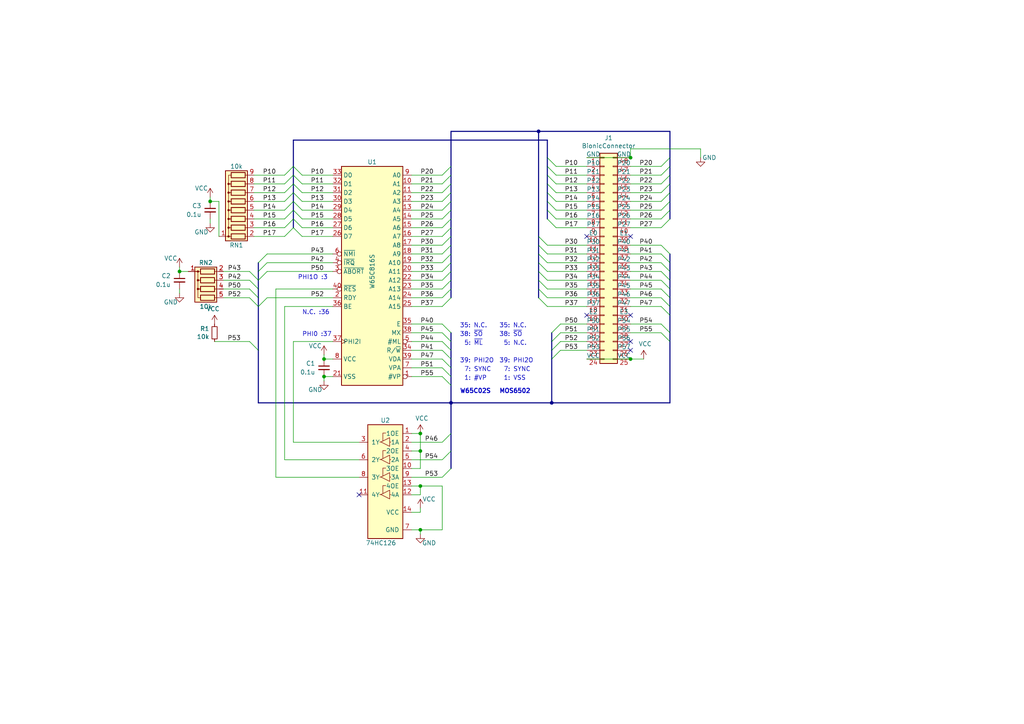
<source format=kicad_sch>
(kicad_sch (version 20211123) (generator eeschema)
  (paper "A4")
  (title_block (title "BionicMOS6502 Mezzanine") (date "2022-01-18") (rev "3") (company "Tadashi G. Takaoka"))
  (lib_symbols
    (symbol "0-LocalLibrary:74HC126" (pin_names (offset 1.016))
      (property "Reference" "U" (at 0 16.51 0))
      (property "Value" "74HC126" (at 0 -19.05 0))
      (symbol "74HC126_0_1"
        (polyline (pts (xy -1.2954 10.2108) (xy -1.6002 10.2108)))
        (polyline (pts (xy 1.2954 10.2362) (xy 1.651 10.2362)))
        (polyline (pts (xy 0.7112 10.5664) (xy 0.7112 12.827) (xy -0.127 12.827) (xy -0.1016 12.827)))
      )
      (symbol "74HC126_1_0"
        (polyline (pts (xy 1.27 10.2362) (xy -1.27 11.5062) (xy -1.27 8.9662) (xy 1.27 10.2362)) (stroke (width 0.1524)))
        (pin input line (at -7.62 12.7 0) (length 2.54) (name "1OE") (number "1"))
        (pin input line (at -7.62 2.54 0) (length 2.54) (name "3OE") (number "10"))
        (pin tri_state line (at 7.62 -5.08 180) (length 2.54) (name "4Y") (number "11"))
        (pin input line (at -7.62 -5.08 0) (length 2.54) (name "4A") (number "12"))
        (pin input line (at -7.62 -2.54 0) (length 2.54) (name "4OE") (number "13"))
        (pin power_in line (at -7.62 -10.16 0) (length 2.54) (name "VCC") (number "14"))
        (pin input line (at -7.62 10.16 0) (length 2.54) (name "1A") (number "2"))
        (pin tri_state line (at 7.62 10.16 180) (length 2.54) (name "1Y") (number "3"))
        (pin input line (at -7.62 7.62 0) (length 2.54) (name "2OE") (number "4"))
        (pin input line (at -7.62 5.08 0) (length 2.54) (name "2A") (number "5"))
        (pin tri_state line (at 7.62 5.08 180) (length 2.54) (name "2Y") (number "6"))
        (pin power_in line (at -7.62 -15.24 0) (length 2.54) (name "GND") (number "7"))
        (pin tri_state line (at 7.62 0 180) (length 2.54) (name "3Y") (number "8"))
        (pin input line (at -7.62 0 0) (length 2.54) (name "3A") (number "9"))
      )
      (symbol "74HC126_1_1"
        (rectangle (start -5.08 15.24) (end 5.08 -17.78) (stroke (width 0.254)) (fill (type background)))
        (polyline (pts (xy -1.2954 -5.0292) (xy -1.6002 -5.0292)))
        (polyline (pts (xy -1.2954 0.0508) (xy -1.6002 0.0508)))
        (polyline (pts (xy -1.2954 5.1308) (xy -1.6002 5.1308)))
        (polyline (pts (xy 1.2954 -5.0038) (xy 1.651 -5.0038)))
        (polyline (pts (xy 1.2954 0.0762) (xy 1.651 0.0762)))
        (polyline (pts (xy 1.2954 5.1562) (xy 1.651 5.1562)))
        (polyline (pts (xy 0.7112 -4.6736) (xy 0.7112 -2.413) (xy -0.127 -2.413) (xy -0.1016 -2.413)))
        (polyline (pts (xy 0.7112 0.4064) (xy 0.7112 2.667) (xy -0.127 2.667) (xy -0.1016 2.667)))
        (polyline (pts (xy 0.7112 5.4864) (xy 0.7112 7.747) (xy -0.127 7.747) (xy -0.1016 7.747)))
        (polyline (pts (xy 1.27 -5.0038) (xy -1.27 -3.7338) (xy -1.27 -6.2738) (xy 1.27 -5.0038)) (stroke (width 0.1524)))
        (polyline (pts (xy 1.27 0.0762) (xy -1.27 1.3462) (xy -1.27 -1.1938) (xy 1.27 0.0762)) (stroke (width 0.1524)))
        (polyline (pts (xy 1.27 5.1562) (xy -1.27 6.4262) (xy -1.27 3.8862) (xy 1.27 5.1562)) (stroke (width 0.1524)))
      )
    )
    (symbol "0-LocalLibrary:BionicConnector" (pin_names (offset 0))
      (property "Reference" "J" (at 1.27 30.48 0))
      (property "Value" "BionicConnector" (at 3.81 33.02 0))
      (symbol "BionicConnector_1_1"
        (rectangle (start -1.27 -30.353) (end 0 -30.607) (stroke (width 0.1524)))
        (rectangle (start -1.27 -27.813) (end 0 -28.067) (stroke (width 0.1524)))
        (rectangle (start -1.27 -25.273) (end 0 -25.527) (stroke (width 0.1524)))
        (rectangle (start -1.27 -22.733) (end 0 -22.987) (stroke (width 0.1524)))
        (rectangle (start -1.27 -20.193) (end 0 -20.447) (stroke (width 0.1524)))
        (rectangle (start -1.27 -17.653) (end 0 -17.907) (stroke (width 0.1524)))
        (rectangle (start -1.27 -15.113) (end 0 -15.367) (stroke (width 0.1524)))
        (rectangle (start -1.27 -12.573) (end 0 -12.827) (stroke (width 0.1524)))
        (rectangle (start -1.27 -10.033) (end 0 -10.287) (stroke (width 0.1524)))
        (rectangle (start -1.27 -7.493) (end 0 -7.747) (stroke (width 0.1524)))
        (rectangle (start -1.27 -4.953) (end 0 -5.207) (stroke (width 0.1524)))
        (rectangle (start -1.27 -2.413) (end 0 -2.667) (stroke (width 0.1524)))
        (rectangle (start -1.27 0.127) (end 0 -0.127) (stroke (width 0.1524)))
        (rectangle (start -1.27 2.667) (end 0 2.413) (stroke (width 0.1524)))
        (rectangle (start -1.27 5.207) (end 0 4.953) (stroke (width 0.1524)))
        (rectangle (start -1.27 7.747) (end 0 7.493) (stroke (width 0.1524)))
        (rectangle (start -1.27 10.287) (end 0 10.033) (stroke (width 0.1524)))
        (rectangle (start -1.27 12.827) (end 0 12.573) (stroke (width 0.1524)))
        (rectangle (start -1.27 15.367) (end 0 15.113) (stroke (width 0.1524)))
        (rectangle (start -1.27 17.907) (end 0 17.653) (stroke (width 0.1524)))
        (rectangle (start -1.27 20.447) (end 0 20.193) (stroke (width 0.1524)))
        (rectangle (start -1.27 22.987) (end 0 22.733) (stroke (width 0.1524)))
        (rectangle (start -1.27 25.527) (end 0 25.273) (stroke (width 0.1524)))
        (rectangle (start -1.27 28.067) (end 0 27.813) (stroke (width 0.1524)))
        (rectangle (start -1.27 29.21) (end 3.81 -31.75) (stroke (width 0.254)) (fill (type background)))
        (rectangle (start 3.81 -30.353) (end 2.54 -30.607) (stroke (width 0.1524)))
        (rectangle (start 3.81 -27.813) (end 2.54 -28.067) (stroke (width 0.1524)))
        (rectangle (start 3.81 -25.273) (end 2.54 -25.527) (stroke (width 0.1524)))
        (rectangle (start 3.81 -22.733) (end 2.54 -22.987) (stroke (width 0.1524)))
        (rectangle (start 3.81 -20.193) (end 2.54 -20.447) (stroke (width 0.1524)))
        (rectangle (start 3.81 -17.653) (end 2.54 -17.907) (stroke (width 0.1524)))
        (rectangle (start 3.81 -15.113) (end 2.54 -15.367) (stroke (width 0.1524)))
        (rectangle (start 3.81 -12.573) (end 2.54 -12.827) (stroke (width 0.1524)))
        (rectangle (start 3.81 -10.033) (end 2.54 -10.287) (stroke (width 0.1524)))
        (rectangle (start 3.81 -7.493) (end 2.54 -7.747) (stroke (width 0.1524)))
        (rectangle (start 3.81 -4.953) (end 2.54 -5.207) (stroke (width 0.1524)))
        (rectangle (start 3.81 -2.413) (end 2.54 -2.667) (stroke (width 0.1524)))
        (rectangle (start 3.81 0.127) (end 2.54 -0.127) (stroke (width 0.1524)))
        (rectangle (start 3.81 2.667) (end 2.54 2.413) (stroke (width 0.1524)))
        (rectangle (start 3.81 5.207) (end 2.54 4.953) (stroke (width 0.1524)))
        (rectangle (start 3.81 7.747) (end 2.54 7.493) (stroke (width 0.1524)))
        (rectangle (start 3.81 10.287) (end 2.54 10.033) (stroke (width 0.1524)))
        (rectangle (start 3.81 12.827) (end 2.54 12.573) (stroke (width 0.1524)))
        (rectangle (start 3.81 15.367) (end 2.54 15.113) (stroke (width 0.1524)))
        (rectangle (start 3.81 17.907) (end 2.54 17.653) (stroke (width 0.1524)))
        (rectangle (start 3.81 20.447) (end 2.54 20.193) (stroke (width 0.1524)))
        (rectangle (start 3.81 22.987) (end 2.54 22.733) (stroke (width 0.1524)))
        (rectangle (start 3.81 25.527) (end 2.54 25.273) (stroke (width 0.1524)))
        (rectangle (start 3.81 28.067) (end 2.54 27.813) (stroke (width 0.1524)))
        (pin power_out line (at -5.08 27.94 0) (length 3.81) (name "GND") (number "1"))
        (pin bidirectional line (at -5.08 5.08 0) (length 3.81) (name "E0") (number "10"))
        (pin bidirectional line (at -5.08 2.54 0) (length 3.81) (name "P30") (number "11"))
        (pin bidirectional line (at -5.08 0 0) (length 3.81) (name "P31") (number "12"))
        (pin bidirectional line (at -5.08 -2.54 0) (length 3.81) (name "P32") (number "13"))
        (pin bidirectional line (at -5.08 -5.08 0) (length 3.81) (name "P33") (number "14"))
        (pin bidirectional line (at -5.08 -7.62 0) (length 3.81) (name "P34") (number "15"))
        (pin bidirectional line (at -5.08 -10.16 0) (length 3.81) (name "P35") (number "16"))
        (pin bidirectional line (at -5.08 -12.7 0) (length 3.81) (name "P36") (number "17"))
        (pin bidirectional line (at -5.08 -15.24 0) (length 3.81) (name "P37") (number "18"))
        (pin bidirectional line (at -5.08 -17.78 0) (length 3.81) (name "E2") (number "19"))
        (pin bidirectional line (at -5.08 25.4 0) (length 3.81) (name "P10") (number "2"))
        (pin bidirectional line (at -5.08 -20.32 0) (length 3.81) (name "P50") (number "20"))
        (pin bidirectional line (at -5.08 -22.86 0) (length 3.81) (name "P51") (number "21"))
        (pin bidirectional line (at -5.08 -25.4 0) (length 3.81) (name "P52") (number "22"))
        (pin bidirectional line (at -5.08 -27.94 0) (length 3.81) (name "P53") (number "23"))
        (pin power_out line (at -5.08 -30.48 0) (length 3.81) (name "VCC") (number "24"))
        (pin power_in line (at 7.62 -30.48 180) (length 3.81) (name "VCC") (number "25"))
        (pin bidirectional line (at 7.62 -27.94 180) (length 3.81) (name "P57") (number "26"))
        (pin bidirectional line (at 7.62 -25.4 180) (length 3.81) (name "P56") (number "27"))
        (pin bidirectional line (at 7.62 -22.86 180) (length 3.81) (name "P55") (number "28"))
        (pin bidirectional line (at 7.62 -20.32 180) (length 3.81) (name "P54") (number "29"))
        (pin bidirectional line (at -5.08 22.86 0) (length 3.81) (name "P11") (number "3"))
        (pin bidirectional line (at 7.62 -17.78 180) (length 3.81) (name "E3") (number "30"))
        (pin bidirectional line (at 7.62 -15.24 180) (length 3.81) (name "P47") (number "31"))
        (pin bidirectional line (at 7.62 -12.7 180) (length 3.81) (name "P46") (number "32"))
        (pin bidirectional line (at 7.62 -10.16 180) (length 3.81) (name "P45") (number "33"))
        (pin bidirectional line (at 7.62 -7.62 180) (length 3.81) (name "P44") (number "34"))
        (pin bidirectional line (at 7.62 -5.08 180) (length 3.81) (name "P43") (number "35"))
        (pin bidirectional line (at 7.62 -2.54 180) (length 3.81) (name "P42") (number "36"))
        (pin bidirectional line (at 7.62 0 180) (length 3.81) (name "P41") (number "37"))
        (pin bidirectional line (at 7.62 2.54 180) (length 3.81) (name "P40") (number "38"))
        (pin bidirectional line (at 7.62 5.08 180) (length 3.81) (name "E1") (number "39"))
        (pin bidirectional line (at -5.08 20.32 0) (length 3.81) (name "P12") (number "4"))
        (pin bidirectional line (at 7.62 7.62 180) (length 3.81) (name "P27") (number "40"))
        (pin bidirectional line (at 7.62 10.16 180) (length 3.81) (name "P26") (number "41"))
        (pin bidirectional line (at 7.62 12.7 180) (length 3.81) (name "P25") (number "42"))
        (pin bidirectional line (at 7.62 15.24 180) (length 3.81) (name "P24") (number "43"))
        (pin bidirectional line (at 7.62 17.78 180) (length 3.81) (name "P23") (number "44"))
        (pin bidirectional line (at 7.62 20.32 180) (length 3.81) (name "P22") (number "45"))
        (pin bidirectional line (at 7.62 22.86 180) (length 3.81) (name "P21") (number "46"))
        (pin bidirectional line (at 7.62 25.4 180) (length 3.81) (name "P20") (number "47"))
        (pin power_in line (at 7.62 27.94 180) (length 3.81) (name "GND") (number "48"))
        (pin bidirectional line (at -5.08 17.78 0) (length 3.81) (name "P13") (number "5"))
        (pin bidirectional line (at -5.08 15.24 0) (length 3.81) (name "P14") (number "6"))
        (pin bidirectional line (at -5.08 12.7 0) (length 3.81) (name "P15") (number "7"))
        (pin bidirectional line (at -5.08 10.16 0) (length 3.81) (name "P16") (number "8"))
        (pin bidirectional line (at -5.08 7.62 0) (length 3.81) (name "P17") (number "9"))
      )
    )
    (symbol "0-LocalLibrary:W65C816S"
      (property "Reference" "U" (at -1.27 31.75 0))
      (property "Value" "W65C816S" (at 0 -3.81 90))
      (symbol "W65C816S_0_0"
        (pin output line (at 11.43 -15.24 180) (length 2.54) (name "E") (number "35"))
        (pin input line (at -11.43 -10.16 0) (length 2.54) (name "BE") (number "36"))
        (pin output inverted (at 11.43 -20.32 180) (length 2.54) (name "#ML") (number "5"))
      )
      (symbol "W65C816S_0_1"
        (rectangle (start -8.89 -33.02) (end 8.89 30.48) (stroke (width 0.254)) (fill (type background)))
      )
      (symbol "W65C816S_1_1"
        (pin output inverted (at 11.43 -30.48 180) (length 2.54) (name "#VP") (number "1"))
        (pin output line (at 11.43 25.4 180) (length 2.54) (name "A1") (number "10"))
        (pin output line (at 11.43 22.86 180) (length 2.54) (name "A2") (number "11"))
        (pin output line (at 11.43 20.32 180) (length 2.54) (name "A3") (number "12"))
        (pin output line (at 11.43 17.78 180) (length 2.54) (name "A4") (number "13"))
        (pin output line (at 11.43 15.24 180) (length 2.54) (name "A5") (number "14"))
        (pin output line (at 11.43 12.7 180) (length 2.54) (name "A6") (number "15"))
        (pin output line (at 11.43 10.16 180) (length 2.54) (name "A7") (number "16"))
        (pin output line (at 11.43 7.62 180) (length 2.54) (name "A8") (number "17"))
        (pin output line (at 11.43 5.08 180) (length 2.54) (name "A9") (number "18"))
        (pin output line (at 11.43 2.54 180) (length 2.54) (name "A10") (number "19"))
        (pin input line (at -11.43 -7.62 0) (length 2.54) (name "RDY") (number "2"))
        (pin output line (at 11.43 0 180) (length 2.54) (name "A11") (number "20"))
        (pin power_in line (at -11.43 -30.48 0) (length 2.54) (name "VSS") (number "21"))
        (pin output line (at 11.43 -2.54 180) (length 2.54) (name "A12") (number "22"))
        (pin output line (at 11.43 -5.08 180) (length 2.54) (name "A13") (number "23"))
        (pin output line (at 11.43 -7.62 180) (length 2.54) (name "A14") (number "24"))
        (pin output line (at 11.43 -10.16 180) (length 2.54) (name "A15") (number "25"))
        (pin bidirectional line (at -11.43 10.16 0) (length 2.54) (name "D7") (number "26"))
        (pin bidirectional line (at -11.43 12.7 0) (length 2.54) (name "D6") (number "27"))
        (pin bidirectional line (at -11.43 15.24 0) (length 2.54) (name "D5") (number "28"))
        (pin bidirectional line (at -11.43 17.78 0) (length 2.54) (name "D4") (number "29"))
        (pin input inverted (at -11.43 0 0) (length 2.54) (name "~{ABORT}") (number "3"))
        (pin bidirectional line (at -11.43 20.32 0) (length 2.54) (name "D3") (number "30"))
        (pin bidirectional line (at -11.43 22.86 0) (length 2.54) (name "D2") (number "31"))
        (pin bidirectional line (at -11.43 25.4 0) (length 2.54) (name "D1") (number "32"))
        (pin bidirectional line (at -11.43 27.94 0) (length 2.54) (name "D0") (number "33"))
        (pin output line (at 11.43 -22.86 180) (length 2.54) (name "R/~{W}") (number "34"))
        (pin input clock (at -11.43 -20.32 0) (length 2.54) (name "PHI2I") (number "37"))
        (pin output line (at 11.43 -17.78 180) (length 2.54) (name "MX") (number "38"))
        (pin output line (at 11.43 -25.4 180) (length 2.54) (name "VDA") (number "39"))
        (pin input inverted (at -11.43 2.54 0) (length 2.54) (name "~{IRQ}") (number "4"))
        (pin input inverted (at -11.43 -5.08 0) (length 2.54) (name "~{RES}") (number "40"))
        (pin input inverted (at -11.43 5.08 0) (length 2.54) (name "~{NMI}") (number "6"))
        (pin output line (at 11.43 -27.94 180) (length 2.54) (name "VPA") (number "7"))
        (pin power_in line (at -11.43 -25.4 0) (length 2.54) (name "VCC") (number "8"))
        (pin output line (at 11.43 27.94 180) (length 2.54) (name "A0") (number "9"))
      )
    )
    (symbol "Device:C_Small" (pin_numbers hide) (pin_names (offset 0.254) hide)
      (property "Reference" "C" (at 0.254 1.778 0))
      (property "Value" "C_Small" (at 0.254 -2.032 0))
      (symbol "C_Small_0_1"
        (polyline (pts (xy -1.524 -0.508) (xy 1.524 -0.508)) (stroke (width 0.3302)))
        (polyline (pts (xy -1.524 0.508) (xy 1.524 0.508)) (stroke (width 0.3048)))
      )
      (symbol "C_Small_1_1"
        (pin passive line (at 0 2.54 270) (length 2.032) (name "~") (number "1"))
        (pin passive line (at 0 -2.54 90) (length 2.032) (name "~") (number "2"))
      )
    )
    (symbol "Device:R_Network04" (pin_names (offset 0) hide)
      (property "Reference" "RN" (at -7.62 0 90))
      (property "Value" "R_Network04" (at 5.08 0 90))
      (symbol "R_Network04_0_1"
        (rectangle (start -6.35 -3.175) (end 3.81 3.175) (stroke (width 0.254)) (fill (type background)))
        (rectangle (start -5.842 1.524) (end -4.318 -2.54) (stroke (width 0.254)))
        (circle (center -5.08 2.286) (radius 0.254) (fill (type outline)))
        (rectangle (start -3.302 1.524) (end -1.778 -2.54) (stroke (width 0.254)))
        (circle (center -2.54 2.286) (radius 0.254) (fill (type outline)))
        (rectangle (start -0.762 1.524) (end 0.762 -2.54) (stroke (width 0.254)))
        (polyline (pts (xy -5.08 -2.54) (xy -5.08 -3.81)))
        (polyline (pts (xy -2.54 -2.54) (xy -2.54 -3.81)))
        (polyline (pts (xy 0 -2.54) (xy 0 -3.81)))
        (polyline (pts (xy 2.54 -2.54) (xy 2.54 -3.81)))
        (polyline (pts (xy -5.08 1.524) (xy -5.08 2.286) (xy -2.54 2.286) (xy -2.54 1.524)))
        (polyline (pts (xy -2.54 1.524) (xy -2.54 2.286) (xy 0 2.286) (xy 0 1.524)))
        (polyline (pts (xy 0 1.524) (xy 0 2.286) (xy 2.54 2.286) (xy 2.54 1.524)))
        (circle (center 0 2.286) (radius 0.254) (fill (type outline)))
        (rectangle (start 1.778 1.524) (end 3.302 -2.54) (stroke (width 0.254)))
      )
      (symbol "R_Network04_1_1"
        (pin passive line (at -5.08 5.08 270) (length 2.54) (name "common") (number "1"))
        (pin passive line (at -5.08 -5.08 90) (length 1.27) (name "R1") (number "2"))
        (pin passive line (at -2.54 -5.08 90) (length 1.27) (name "R2") (number "3"))
        (pin passive line (at 0 -5.08 90) (length 1.27) (name "R3") (number "4"))
        (pin passive line (at 2.54 -5.08 90) (length 1.27) (name "R4") (number "5"))
      )
    )
    (symbol "Device:R_Network08" (pin_names (offset 0) hide)
      (property "Reference" "RN" (at -12.7 0 90))
      (property "Value" "R_Network08" (at 10.16 0 90))
      (symbol "R_Network08_0_1"
        (rectangle (start -11.43 -3.175) (end 8.89 3.175) (stroke (width 0.254)) (fill (type background)))
        (rectangle (start -10.922 1.524) (end -9.398 -2.54) (stroke (width 0.254)))
        (circle (center -10.16 2.286) (radius 0.254) (fill (type outline)))
        (rectangle (start -8.382 1.524) (end -6.858 -2.54) (stroke (width 0.254)))
        (circle (center -7.62 2.286) (radius 0.254) (fill (type outline)))
        (rectangle (start -5.842 1.524) (end -4.318 -2.54) (stroke (width 0.254)))
        (circle (center -5.08 2.286) (radius 0.254) (fill (type outline)))
        (rectangle (start -3.302 1.524) (end -1.778 -2.54) (stroke (width 0.254)))
        (circle (center -2.54 2.286) (radius 0.254) (fill (type outline)))
        (rectangle (start -0.762 1.524) (end 0.762 -2.54) (stroke (width 0.254)))
        (polyline (pts (xy -10.16 -2.54) (xy -10.16 -3.81)))
        (polyline (pts (xy -7.62 -2.54) (xy -7.62 -3.81)))
        (polyline (pts (xy -5.08 -2.54) (xy -5.08 -3.81)))
        (polyline (pts (xy -2.54 -2.54) (xy -2.54 -3.81)))
        (polyline (pts (xy 0 -2.54) (xy 0 -3.81)))
        (polyline (pts (xy 2.54 -2.54) (xy 2.54 -3.81)))
        (polyline (pts (xy 5.08 -2.54) (xy 5.08 -3.81)))
        (polyline (pts (xy 7.62 -2.54) (xy 7.62 -3.81)))
        (polyline (pts (xy -10.16 1.524) (xy -10.16 2.286) (xy -7.62 2.286) (xy -7.62 1.524)))
        (polyline (pts (xy -7.62 1.524) (xy -7.62 2.286) (xy -5.08 2.286) (xy -5.08 1.524)))
        (polyline (pts (xy -5.08 1.524) (xy -5.08 2.286) (xy -2.54 2.286) (xy -2.54 1.524)))
        (polyline (pts (xy -2.54 1.524) (xy -2.54 2.286) (xy 0 2.286) (xy 0 1.524)))
        (polyline (pts (xy 0 1.524) (xy 0 2.286) (xy 2.54 2.286) (xy 2.54 1.524)))
        (polyline (pts (xy 2.54 1.524) (xy 2.54 2.286) (xy 5.08 2.286) (xy 5.08 1.524)))
        (polyline (pts (xy 5.08 1.524) (xy 5.08 2.286) (xy 7.62 2.286) (xy 7.62 1.524)))
        (circle (center 0 2.286) (radius 0.254) (fill (type outline)))
        (rectangle (start 1.778 1.524) (end 3.302 -2.54) (stroke (width 0.254)))
        (circle (center 2.54 2.286) (radius 0.254) (fill (type outline)))
        (rectangle (start 4.318 1.524) (end 5.842 -2.54) (stroke (width 0.254)))
        (circle (center 5.08 2.286) (radius 0.254) (fill (type outline)))
        (rectangle (start 6.858 1.524) (end 8.382 -2.54) (stroke (width 0.254)))
      )
      (symbol "R_Network08_1_1"
        (pin passive line (at -10.16 5.08 270) (length 2.54) (name "common") (number "1"))
        (pin passive line (at -10.16 -5.08 90) (length 1.27) (name "R1") (number "2"))
        (pin passive line (at -7.62 -5.08 90) (length 1.27) (name "R2") (number "3"))
        (pin passive line (at -5.08 -5.08 90) (length 1.27) (name "R3") (number "4"))
        (pin passive line (at -2.54 -5.08 90) (length 1.27) (name "R4") (number "5"))
        (pin passive line (at 0 -5.08 90) (length 1.27) (name "R5") (number "6"))
        (pin passive line (at 2.54 -5.08 90) (length 1.27) (name "R6") (number "7"))
        (pin passive line (at 5.08 -5.08 90) (length 1.27) (name "R7") (number "8"))
        (pin passive line (at 7.62 -5.08 90) (length 1.27) (name "R8") (number "9"))
      )
    )
    (symbol "Device:R_Small" (pin_numbers hide) (pin_names (offset 0.254) hide)
      (property "Reference" "R" (at 0.762 0.508 0))
      (property "Value" "R_Small" (at 0.762 -1.016 0))
      (symbol "R_Small_0_1"
        (rectangle (start -0.762 1.778) (end 0.762 -1.778) (stroke (width 0.2032)))
      )
      (symbol "R_Small_1_1"
        (pin passive line (at 0 2.54 270) (length 0.762) (name "~") (number "1"))
        (pin passive line (at 0 -2.54 90) (length 0.762) (name "~") (number "2"))
      )
    )
    (symbol "power:GND" (power) (pin_names (offset 0))
      (property "Value" "GND" (at 0 -3.81 0))
      (symbol "GND_0_1"
        (polyline (pts (xy 0 0) (xy 0 -1.27) (xy 1.27 -1.27) (xy 0 -2.54) (xy -1.27 -1.27) (xy 0 -1.27)))
      )
      (symbol "GND_1_1"
        (pin power_in line (at 0 0 270) (length 0) hide (name "GND") (number "1"))
      )
    )
    (symbol "power:VCC" (power) (pin_names (offset 0))
      (property "Value" "VCC" (at 0 3.81 0))
      (symbol "VCC_0_1"
        (polyline (pts (xy -0.762 1.27) (xy 0 2.54)))
        (polyline (pts (xy 0 0) (xy 0 2.54)))
        (polyline (pts (xy 0 2.54) (xy 0.762 1.27)))
      )
      (symbol "VCC_1_1"
        (pin power_in line (at 0 0 90) (length 0) hide (name "VCC") (number "1"))
      )
    )
  )
  (junction (at 182.88 104.14))
  (junction (at 52.07 78.74))
  (junction (at 160.02 116.84))
  (junction (at 93.98 104.14))
  (junction (at 121.92 125.73))
  (junction (at 130.81 116.84))
  (junction (at 93.98 109.22))
  (junction (at 156.21 38.1))
  (junction (at 121.92 153.67))
  (junction (at 121.92 130.81))
  (junction (at 121.92 140.97))
  (junction (at 182.88 45.72))
  (junction (at 60.96 58.42))
  (no_connect (at 182.88 101.6))
  (no_connect (at 170.18 68.58))
  (no_connect (at 182.88 68.58))
  (no_connect (at 182.88 99.06))
  (no_connect (at 170.18 91.44))
  (no_connect (at 182.88 91.44))
  (no_connect (at 104.14 143.51))
  (bus_entry (at 74.93 81.28) (size 2.54 -2.54))
  (bus_entry (at 87.63 60.96) (size -2.54 -2.54))
  (bus_entry (at 87.63 66.04) (size -2.54 -2.54))
  (bus_entry (at 82.55 53.34) (size 2.54 -2.54))
  (bus_entry (at 130.81 130.81) (size -2.54 2.54))
  (bus_entry (at 130.81 50.8) (size -2.54 2.54))
  (bus_entry (at 128.27 71.12) (size 2.54 -2.54))
  (bus_entry (at 130.81 53.34) (size -2.54 2.54))
  (bus_entry (at 191.77 73.66) (size 2.54 2.54))
  (bus_entry (at 156.21 73.66) (size 2.54 2.54))
  (bus_entry (at 74.93 81.28) (size -2.54 -2.54))
  (bus_entry (at 130.81 60.96) (size -2.54 2.54))
  (bus_entry (at 87.63 58.42) (size -2.54 -2.54))
  (bus_entry (at 191.77 93.98) (size 2.54 2.54))
  (bus_entry (at 128.27 81.28) (size 2.54 -2.54))
  (bus_entry (at 82.55 58.42) (size 2.54 -2.54))
  (bus_entry (at 82.55 63.5) (size 2.54 -2.54))
  (bus_entry (at 82.55 66.04) (size 2.54 -2.54))
  (bus_entry (at 161.29 58.42) (size -2.54 -2.54))
  (bus_entry (at 130.81 58.42) (size -2.54 2.54))
  (bus_entry (at 194.31 55.88) (size -2.54 2.54))
  (bus_entry (at 77.47 86.36) (size -2.54 2.54))
  (bus_entry (at 161.29 50.8) (size -2.54 -2.54))
  (bus_entry (at 128.27 101.6) (size 2.54 2.54))
  (bus_entry (at 191.77 83.82) (size 2.54 2.54))
  (bus_entry (at 128.27 76.2) (size 2.54 -2.54))
  (bus_entry (at 130.81 101.6) (size -2.54 -2.54))
  (bus_entry (at 72.39 81.28) (size 2.54 2.54))
  (bus_entry (at 128.27 104.14) (size 2.54 2.54))
  (bus_entry (at 72.39 99.06) (size 2.54 2.54))
  (bus_entry (at 194.31 63.5) (size -2.54 2.54))
  (bus_entry (at 87.63 53.34) (size -2.54 -2.54))
  (bus_entry (at 161.29 60.96) (size -2.54 -2.54))
  (bus_entry (at 191.77 78.74) (size 2.54 2.54))
  (bus_entry (at 128.27 86.36) (size 2.54 -2.54))
  (bus_entry (at 191.77 86.36) (size 2.54 2.54))
  (bus_entry (at 194.31 48.26) (size -2.54 2.54))
  (bus_entry (at 87.63 50.8) (size -2.54 -2.54))
  (bus_entry (at 156.21 76.2) (size 2.54 2.54))
  (bus_entry (at 130.81 55.88) (size -2.54 2.54))
  (bus_entry (at 72.39 83.82) (size 2.54 2.54))
  (bus_entry (at 128.27 78.74) (size 2.54 -2.54))
  (bus_entry (at 161.29 55.88) (size -2.54 -2.54))
  (bus_entry (at 156.21 71.12) (size 2.54 2.54))
  (bus_entry (at 191.77 71.12) (size 2.54 2.54))
  (bus_entry (at 130.81 63.5) (size -2.54 2.54))
  (bus_entry (at 162.56 101.6) (size -2.54 2.54))
  (bus_entry (at 130.81 125.73) (size -2.54 2.54))
  (bus_entry (at 130.81 48.26) (size -2.54 2.54))
  (bus_entry (at 128.27 73.66) (size 2.54 -2.54))
  (bus_entry (at 87.63 55.88) (size -2.54 -2.54))
  (bus_entry (at 194.31 45.72) (size -2.54 2.54))
  (bus_entry (at 194.31 50.8) (size -2.54 2.54))
  (bus_entry (at 82.55 60.96) (size 2.54 -2.54))
  (bus_entry (at 72.39 86.36) (size 2.54 2.54))
  (bus_entry (at 194.31 53.34) (size -2.54 2.54))
  (bus_entry (at 156.21 81.28) (size 2.54 2.54))
  (bus_entry (at 156.21 83.82) (size 2.54 2.54))
  (bus_entry (at 128.27 88.9) (size 2.54 -2.54))
  (bus_entry (at 128.27 106.68) (size 2.54 2.54))
  (bus_entry (at 191.77 76.2) (size 2.54 2.54))
  (bus_entry (at 191.77 96.52) (size 2.54 2.54))
  (bus_entry (at 156.21 78.74) (size 2.54 2.54))
  (bus_entry (at 194.31 58.42) (size -2.54 2.54))
  (bus_entry (at 128.27 109.22) (size 2.54 2.54))
  (bus_entry (at 162.56 99.06) (size -2.54 2.54))
  (bus_entry (at 158.75 71.12) (size -2.54 -2.54))
  (bus_entry (at 191.77 81.28) (size 2.54 2.54))
  (bus_entry (at 77.47 76.2) (size -2.54 2.54))
  (bus_entry (at 87.63 68.58) (size -2.54 -2.54))
  (bus_entry (at 82.55 55.88) (size 2.54 -2.54))
  (bus_entry (at 194.31 60.96) (size -2.54 2.54))
  (bus_entry (at 161.29 48.26) (size -2.54 -2.54))
  (bus_entry (at 128.27 83.82) (size 2.54 -2.54))
  (bus_entry (at 161.29 66.04) (size -2.54 -2.54))
  (bus_entry (at 87.63 63.5) (size -2.54 -2.54))
  (bus_entry (at 77.47 73.66) (size -2.54 2.54))
  (bus_entry (at 130.81 99.06) (size -2.54 -2.54))
  (bus_entry (at 162.56 93.98) (size -2.54 2.54))
  (bus_entry (at 161.29 63.5) (size -2.54 -2.54))
  (bus_entry (at 162.56 96.52) (size -2.54 2.54))
  (bus_entry (at 191.77 88.9) (size 2.54 2.54))
  (bus_entry (at 156.21 86.36) (size 2.54 2.54))
  (bus_entry (at 82.55 50.8) (size 2.54 -2.54))
  (bus_entry (at 161.29 53.34) (size -2.54 -2.54))
  (bus_entry (at 130.81 135.89) (size -2.54 2.54))
  (bus_entry (at 130.81 66.04) (size -2.54 2.54))
  (bus_entry (at 82.55 68.58) (size 2.54 -2.54))
  (bus_entry (at 128.27 93.98) (size 2.54 2.54))
  (wire (pts (xy 128.27 140.97) (xy 128.27 153.67)))
  (bus (pts (xy 156.21 38.1) (xy 156.21 68.58)))
  (bus (pts (xy 130.81 68.58) (xy 130.81 71.12)))
  (wire (pts (xy 73.66 58.42) (xy 82.55 58.42)))
  (bus (pts (xy 130.81 48.26) (xy 130.81 50.8)))
  (wire (pts (xy 119.38 138.43) (xy 128.27 138.43)))
  (wire (pts (xy 96.52 50.8) (xy 87.63 50.8)))
  (bus (pts (xy 156.21 68.58) (xy 156.21 71.12)))
  (wire (pts (xy 73.66 66.04) (xy 82.55 66.04)))
  (bus (pts (xy 158.75 45.72) (xy 158.75 48.26)))
  (wire (pts (xy 73.66 53.34) (xy 82.55 53.34)))
  (bus (pts (xy 194.31 116.84) (xy 160.02 116.84)))
  (bus (pts (xy 85.09 53.34) (xy 85.09 55.88)))
  (bus (pts (xy 130.81 76.2) (xy 130.81 78.74)))
  (bus (pts (xy 194.31 99.06) (xy 194.31 116.84)))
  (wire (pts (xy 119.38 93.98) (xy 128.27 93.98)))
  (wire (pts (xy 119.38 128.27) (xy 128.27 128.27)))
  (wire (pts (xy 162.56 96.52) (xy 170.18 96.52)))
  (wire (pts (xy 182.88 76.2) (xy 191.77 76.2)))
  (bus (pts (xy 156.21 81.28) (xy 156.21 83.82)))
  (wire (pts (xy 64.77 78.74) (xy 72.39 78.74)))
  (wire (pts (xy 64.77 83.82) (xy 72.39 83.82)))
  (bus (pts (xy 194.31 73.66) (xy 194.31 76.2)))
  (bus (pts (xy 85.09 60.96) (xy 85.09 63.5)))
  (bus (pts (xy 130.81 55.88) (xy 130.81 58.42)))
  (wire (pts (xy 119.38 60.96) (xy 128.27 60.96)))
  (wire (pts (xy 162.56 93.98) (xy 170.18 93.98)))
  (bus (pts (xy 194.31 91.44) (xy 194.31 96.52)))
  (wire (pts (xy 119.38 143.51) (xy 121.92 143.51)))
  (wire (pts (xy 182.88 60.96) (xy 191.77 60.96)))
  (bus (pts (xy 130.81 71.12) (xy 130.81 73.66)))
  (wire (pts (xy 119.38 55.88) (xy 128.27 55.88)))
  (wire (pts (xy 119.38 104.14) (xy 128.27 104.14)))
  (wire (pts (xy 182.88 43.18) (xy 203.2 43.18)))
  (wire (pts (xy 73.66 60.96) (xy 82.55 60.96)))
  (wire (pts (xy 93.98 104.14) (xy 96.52 104.14)))
  (wire (pts (xy 60.96 58.42) (xy 60.96 57.15)))
  (wire (pts (xy 96.52 58.42) (xy 87.63 58.42)))
  (bus (pts (xy 130.81 109.22) (xy 130.81 111.76)))
  (wire (pts (xy 170.18 104.14) (xy 182.88 104.14)))
  (wire (pts (xy 52.07 85.09) (xy 52.07 83.82)))
  (wire (pts (xy 77.47 78.74) (xy 96.52 78.74)))
  (wire (pts (xy 96.52 66.04) (xy 87.63 66.04)))
  (wire (pts (xy 96.52 73.66) (xy 77.47 73.66)))
  (wire (pts (xy 63.5 58.42) (xy 63.5 68.58)))
  (wire (pts (xy 191.77 81.28) (xy 182.88 81.28)))
  (wire (pts (xy 182.88 88.9) (xy 191.77 88.9)))
  (bus (pts (xy 156.21 73.66) (xy 156.21 76.2)))
  (wire (pts (xy 182.88 86.36) (xy 191.77 86.36)))
  (wire (pts (xy 119.38 96.52) (xy 128.27 96.52)))
  (wire (pts (xy 162.56 101.6) (xy 170.18 101.6)))
  (wire (pts (xy 170.18 55.88) (xy 161.29 55.88)))
  (wire (pts (xy 170.18 53.34) (xy 161.29 53.34)))
  (bus (pts (xy 130.81 116.84) (xy 130.81 125.73)))
  (bus (pts (xy 158.75 53.34) (xy 158.75 55.88)))
  (bus (pts (xy 130.81 50.8) (xy 130.81 53.34)))
  (bus (pts (xy 74.93 83.82) (xy 74.93 86.36)))
  (wire (pts (xy 182.88 96.52) (xy 191.77 96.52)))
  (wire (pts (xy 119.38 133.35) (xy 128.27 133.35)))
  (wire (pts (xy 170.18 76.2) (xy 158.75 76.2)))
  (wire (pts (xy 128.27 153.67) (xy 121.92 153.67)))
  (bus (pts (xy 74.93 88.9) (xy 74.93 101.6)))
  (bus (pts (xy 130.81 101.6) (xy 130.81 104.14)))
  (wire (pts (xy 121.92 154.94) (xy 121.92 153.67)))
  (wire (pts (xy 182.88 66.04) (xy 191.77 66.04)))
  (bus (pts (xy 74.93 76.2) (xy 74.93 78.74)))
  (bus (pts (xy 194.31 53.34) (xy 194.31 55.88)))
  (wire (pts (xy 96.52 68.58) (xy 87.63 68.58)))
  (wire (pts (xy 119.38 101.6) (xy 128.27 101.6)))
  (bus (pts (xy 156.21 38.1) (xy 194.31 38.1)))
  (wire (pts (xy 119.38 58.42) (xy 128.27 58.42)))
  (bus (pts (xy 74.93 78.74) (xy 74.93 81.28)))
  (wire (pts (xy 170.18 71.12) (xy 158.75 71.12)))
  (wire (pts (xy 52.07 78.74) (xy 54.61 78.74)))
  (wire (pts (xy 77.47 76.2) (xy 96.52 76.2)))
  (wire (pts (xy 170.18 81.28) (xy 158.75 81.28)))
  (wire (pts (xy 104.14 133.35) (xy 82.55 133.35)))
  (wire (pts (xy 170.18 73.66) (xy 158.75 73.66)))
  (wire (pts (xy 96.52 86.36) (xy 77.47 86.36)))
  (bus (pts (xy 74.93 86.36) (xy 74.93 88.9)))
  (wire (pts (xy 80.01 138.43) (xy 80.01 83.82)))
  (wire (pts (xy 96.52 55.88) (xy 87.63 55.88)))
  (bus (pts (xy 158.75 55.88) (xy 158.75 58.42)))
  (bus (pts (xy 130.81 81.28) (xy 130.81 83.82)))
  (bus (pts (xy 130.81 66.04) (xy 130.81 68.58)))
  (wire (pts (xy 162.56 99.06) (xy 170.18 99.06)))
  (wire (pts (xy 121.92 143.51) (xy 121.92 140.97)))
  (bus (pts (xy 194.31 96.52) (xy 194.31 99.06)))
  (wire (pts (xy 182.88 93.98) (xy 191.77 93.98)))
  (wire (pts (xy 96.52 63.5) (xy 87.63 63.5)))
  (bus (pts (xy 160.02 99.06) (xy 160.02 101.6)))
  (bus (pts (xy 158.75 58.42) (xy 158.75 60.96)))
  (wire (pts (xy 72.39 99.06) (xy 62.23 99.06)))
  (wire (pts (xy 80.01 83.82) (xy 96.52 83.82)))
  (wire (pts (xy 121.92 130.81) (xy 121.92 125.73)))
  (bus (pts (xy 85.09 50.8) (xy 85.09 53.34)))
  (bus (pts (xy 85.09 63.5) (xy 85.09 66.04)))
  (wire (pts (xy 182.88 55.88) (xy 191.77 55.88)))
  (wire (pts (xy 170.18 63.5) (xy 161.29 63.5)))
  (bus (pts (xy 158.75 48.26) (xy 158.75 50.8)))
  (bus (pts (xy 130.81 106.68) (xy 130.81 109.22)))
  (bus (pts (xy 194.31 76.2) (xy 194.31 78.74)))
  (bus (pts (xy 130.81 60.96) (xy 130.81 63.5)))
  (wire (pts (xy 82.55 88.9) (xy 96.52 88.9)))
  (bus (pts (xy 194.31 60.96) (xy 194.31 63.5)))
  (wire (pts (xy 93.98 104.14) (xy 93.98 102.87)))
  (wire (pts (xy 119.38 130.81) (xy 121.92 130.81)))
  (bus (pts (xy 130.81 125.73) (xy 130.81 130.81)))
  (bus (pts (xy 130.81 53.34) (xy 130.81 55.88)))
  (wire (pts (xy 96.52 99.06) (xy 85.09 99.06)))
  (wire (pts (xy 82.55 133.35) (xy 82.55 88.9)))
  (wire (pts (xy 93.98 109.22) (xy 96.52 109.22)))
  (wire (pts (xy 85.09 128.27) (xy 104.14 128.27)))
  (wire (pts (xy 119.38 63.5) (xy 128.27 63.5)))
  (bus (pts (xy 130.81 96.52) (xy 130.81 99.06)))
  (bus (pts (xy 194.31 81.28) (xy 194.31 83.82)))
  (wire (pts (xy 73.66 55.88) (xy 82.55 55.88)))
  (bus (pts (xy 74.93 81.28) (xy 74.93 83.82)))
  (wire (pts (xy 170.18 78.74) (xy 158.75 78.74)))
  (wire (pts (xy 182.88 73.66) (xy 191.77 73.66)))
  (bus (pts (xy 74.93 101.6) (xy 74.93 116.84)))
  (bus (pts (xy 194.31 48.26) (xy 194.31 50.8)))
  (wire (pts (xy 170.18 58.42) (xy 161.29 58.42)))
  (wire (pts (xy 121.92 125.73) (xy 119.38 125.73)))
  (wire (pts (xy 182.88 43.18) (xy 182.88 45.72)))
  (wire (pts (xy 119.38 99.06) (xy 128.27 99.06)))
  (wire (pts (xy 119.38 66.04) (xy 128.27 66.04)))
  (bus (pts (xy 130.81 63.5) (xy 130.81 66.04)))
  (wire (pts (xy 73.66 63.5) (xy 82.55 63.5)))
  (wire (pts (xy 170.18 60.96) (xy 161.29 60.96)))
  (wire (pts (xy 121.92 148.59) (xy 121.92 147.32)))
  (bus (pts (xy 194.31 78.74) (xy 194.31 81.28)))
  (wire (pts (xy 119.38 106.68) (xy 128.27 106.68)))
  (wire (pts (xy 119.38 109.22) (xy 128.27 109.22)))
  (wire (pts (xy 119.38 140.97) (xy 121.92 140.97)))
  (wire (pts (xy 182.88 53.34) (xy 191.77 53.34)))
  (wire (pts (xy 182.88 50.8) (xy 191.77 50.8)))
  (bus (pts (xy 130.81 104.14) (xy 130.81 106.68)))
  (wire (pts (xy 93.98 110.49) (xy 93.98 109.22)))
  (bus (pts (xy 158.75 40.64) (xy 158.75 45.72)))
  (bus (pts (xy 130.81 99.06) (xy 130.81 101.6)))
  (bus (pts (xy 85.09 40.64) (xy 85.09 48.26)))
  (wire (pts (xy 119.38 50.8) (xy 128.27 50.8)))
  (bus (pts (xy 156.21 76.2) (xy 156.21 78.74)))
  (bus (pts (xy 158.75 60.96) (xy 158.75 63.5)))
  (wire (pts (xy 182.88 83.82) (xy 191.77 83.82)))
  (wire (pts (xy 182.88 63.5) (xy 191.77 63.5)))
  (bus (pts (xy 85.09 55.88) (xy 85.09 58.42)))
  (wire (pts (xy 73.66 68.58) (xy 82.55 68.58)))
  (bus (pts (xy 156.21 78.74) (xy 156.21 81.28)))
  (wire (pts (xy 182.88 104.14) (xy 186.69 104.14)))
  (wire (pts (xy 121.92 153.67) (xy 119.38 153.67)))
  (wire (pts (xy 85.09 99.06) (xy 85.09 128.27)))
  (bus (pts (xy 158.75 50.8) (xy 158.75 53.34)))
  (wire (pts (xy 52.07 78.74) (xy 52.07 77.47)))
  (wire (pts (xy 119.38 88.9) (xy 128.27 88.9)))
  (wire (pts (xy 170.18 50.8) (xy 161.29 50.8)))
  (wire (pts (xy 170.18 66.04) (xy 161.29 66.04)))
  (bus (pts (xy 194.31 38.1) (xy 194.31 45.72)))
  (bus (pts (xy 156.21 83.82) (xy 156.21 86.36)))
  (wire (pts (xy 158.75 86.36) (xy 170.18 86.36)))
  (wire (pts (xy 119.38 76.2) (xy 128.27 76.2)))
  (wire (pts (xy 104.14 138.43) (xy 80.01 138.43)))
  (wire (pts (xy 119.38 81.28) (xy 128.27 81.28)))
  (bus (pts (xy 85.09 48.26) (xy 85.09 50.8)))
  (wire (pts (xy 182.88 71.12) (xy 191.77 71.12)))
  (wire (pts (xy 121.92 130.81) (xy 121.92 135.89)))
  (wire (pts (xy 170.18 83.82) (xy 158.75 83.82)))
  (bus (pts (xy 130.81 38.1) (xy 130.81 48.26)))
  (bus (pts (xy 130.81 116.84) (xy 160.02 116.84)))
  (bus (pts (xy 194.31 58.42) (xy 194.31 60.96)))
  (wire (pts (xy 203.2 43.18) (xy 203.2 45.72)))
  (wire (pts (xy 119.38 71.12) (xy 128.27 71.12)))
  (wire (pts (xy 60.96 58.42) (xy 63.5 58.42)))
  (wire (pts (xy 158.75 88.9) (xy 170.18 88.9)))
  (wire (pts (xy 170.18 45.72) (xy 182.88 45.72)))
  (wire (pts (xy 119.38 53.34) (xy 128.27 53.34)))
  (wire (pts (xy 121.92 148.59) (xy 119.38 148.59)))
  (wire (pts (xy 121.92 140.97) (xy 128.27 140.97)))
  (wire (pts (xy 119.38 135.89) (xy 121.92 135.89)))
  (wire (pts (xy 119.38 86.36) (xy 128.27 86.36)))
  (bus (pts (xy 130.81 78.74) (xy 130.81 81.28)))
  (wire (pts (xy 119.38 78.74) (xy 128.27 78.74)))
  (bus (pts (xy 194.31 45.72) (xy 194.31 48.26)))
  (wire (pts (xy 96.52 60.96) (xy 87.63 60.96)))
  (bus (pts (xy 130.81 83.82) (xy 130.81 86.36)))
  (bus (pts (xy 156.21 71.12) (xy 156.21 73.66)))
  (bus (pts (xy 160.02 96.52) (xy 160.02 99.06)))
  (bus (pts (xy 160.02 101.6) (xy 160.02 104.14)))
  (bus (pts (xy 194.31 86.36) (xy 194.31 88.9)))
  (bus (pts (xy 194.31 88.9) (xy 194.31 91.44)))
  (wire (pts (xy 170.18 48.26) (xy 161.29 48.26)))
  (wire (pts (xy 119.38 83.82) (xy 128.27 83.82)))
  (wire (pts (xy 182.88 48.26) (xy 191.77 48.26)))
  (bus (pts (xy 130.81 58.42) (xy 130.81 60.96)))
  (wire (pts (xy 119.38 68.58) (xy 128.27 68.58)))
  (bus (pts (xy 74.93 116.84) (xy 130.81 116.84)))
  (wire (pts (xy 73.66 50.8) (xy 82.55 50.8)))
  (wire (pts (xy 72.39 81.28) (xy 64.77 81.28)))
  (bus (pts (xy 160.02 104.14) (xy 160.02 116.84)))
  (bus (pts (xy 130.81 111.76) (xy 130.81 116.84)))
  (bus (pts (xy 85.09 40.64) (xy 158.75 40.64)))
  (wire (pts (xy 182.88 58.42) (xy 191.77 58.42)))
  (wire (pts (xy 182.88 78.74) (xy 191.77 78.74)))
  (wire (pts (xy 72.39 86.36) (xy 64.77 86.36)))
  (bus (pts (xy 194.31 50.8) (xy 194.31 53.34)))
  (bus (pts (xy 85.09 58.42) (xy 85.09 60.96)))
  (wire (pts (xy 60.96 64.77) (xy 60.96 63.5)))
  (wire (pts (xy 119.38 73.66) (xy 128.27 73.66)))
  (bus (pts (xy 194.31 55.88) (xy 194.31 58.42)))
  (bus (pts (xy 130.81 38.1) (xy 156.21 38.1)))
  (bus (pts (xy 130.81 130.81) (xy 130.81 135.89)))
  (wire (pts (xy 96.52 53.34) (xy 87.63 53.34)))
  (bus (pts (xy 194.31 83.82) (xy 194.31 86.36)))
  (bus (pts (xy 130.81 73.66) (xy 130.81 76.2)))
  (text "N.C. :36" (at 87.63 91.44 0) (effects (font (size 1.27 1.27)) (justify left bottom)))
  (text "PHI0 :37" (at 87.63 97.79 0) (effects (font (size 1.27 1.27)) (justify left bottom)))
  (text "35: N.C." (at 133.35 95.25 0) (effects (font (size 1.27 1.27)) (justify left bottom)))
  (text "35: N.C." (at 144.78 95.25 0) (effects (font (size 1.27 1.27)) (justify left bottom)))
  (text "MOS6502" (at 144.78 114.3 0) (effects (font (size 1.27 1.27) (thickness 0.254) bold) (justify left bottom)))
  (text "5: N.C." (at 146.05 100.33 0) (effects (font (size 1.27 1.27)) (justify left bottom)))
  (text "W65C02S" (at 133.35 114.3 0) (effects (font (size 1.27 1.27) (thickness 0.254) bold) (justify left bottom)))
  (text "7: SYNC" (at 134.62 107.95 0) (effects (font (size 1.27 1.27)) (justify left bottom)))
  (text "PHI1O :3" (at 86.36 81.28 0) (effects (font (size 1.27 1.27)) (justify left bottom)))
  (text "39: PHI2O" (at 133.35 105.41 0) (effects (font (size 1.27 1.27)) (justify left bottom)))
  (text "1: VSS" (at 146.05 110.49 0) (effects (font (size 1.27 1.27)) (justify left bottom)))
  (text "39: PHI2O" (at 144.78 105.41 0) (effects (font (size 1.27 1.27)) (justify left bottom)))
  (text "5: ~{ML}" (at 134.62 100.33 0) (effects (font (size 1.27 1.27)) (justify left bottom)))
  (text "1: #VP" (at 134.62 110.49 0) (effects (font (size 1.27 1.27)) (justify left bottom)))
  (text "38: ~{SO}" (at 144.78 97.79 0) (effects (font (size 1.27 1.27)) (justify left bottom)))
  (text "38: ~{SO}" (at 133.35 97.79 0) (effects (font (size 1.27 1.27)) (justify left bottom)))
  (text "7: SYNC" (at 146.05 107.95 0) (effects (font (size 1.27 1.27)) (justify left bottom)))
  (label "P31" (at 121.92 73.66 0))
  (label "P23" (at 185.42 55.88 0))
  (label "P17" (at 93.98 68.58 180))
  (label "P13" (at 167.64 55.88 180))
  (label "P50" (at 167.64 93.98 180))
  (label "P17" (at 167.64 66.04 180))
  (label "P50" (at 93.98 78.74 180))
  (label "P14" (at 93.98 60.96 180))
  (label "P34" (at 167.64 81.28 180))
  (label "P16" (at 167.64 63.5 180))
  (label "P42" (at 185.42 76.2 0))
  (label "P16" (at 93.98 66.04 180))
  (label "P27" (at 121.92 68.58 0))
  (label "P14" (at 167.64 58.42 180))
  (label "P50" (at 66.04 83.82 0))
  (label "P47" (at 185.42 88.9 0))
  (label "P41" (at 185.42 73.66 0))
  (label "P11" (at 93.98 53.34 180))
  (label "P15" (at 76.2 63.5 0))
  (label "P11" (at 167.64 50.8 180))
  (label "P46" (at 185.42 86.36 0))
  (label "P25" (at 121.92 63.5 0))
  (label "P44" (at 185.42 81.28 0))
  (label "P53" (at 167.64 101.6 180))
  (label "P54" (at 123.19 133.35 0))
  (label "P42" (at 66.04 81.28 0))
  (label "P15" (at 167.64 60.96 180))
  (label "P37" (at 167.64 88.9 180))
  (label "P30" (at 121.92 71.12 0))
  (label "P12" (at 76.2 55.88 0))
  (label "P44" (at 121.92 99.06 0))
  (label "P26" (at 121.92 66.04 0))
  (label "P24" (at 185.42 58.42 0))
  (label "P53" (at 69.85 99.06 180))
  (label "P32" (at 167.64 76.2 180))
  (label "P36" (at 121.92 86.36 0))
  (label "P43" (at 93.98 73.66 180))
  (label "P53" (at 123.19 138.43 0))
  (label "P34" (at 121.92 81.28 0))
  (label "P20" (at 121.92 50.8 0))
  (label "P32" (at 121.92 76.2 0))
  (label "P37" (at 121.92 88.9 0))
  (label "P17" (at 76.2 68.58 0))
  (label "P33" (at 121.92 78.74 0))
  (label "P14" (at 76.2 60.96 0))
  (label "P11" (at 76.2 53.34 0))
  (label "P22" (at 121.92 55.88 0))
  (label "P21" (at 185.42 50.8 0))
  (label "P42" (at 93.98 76.2 180))
  (label "P54" (at 185.42 93.98 0))
  (label "P40" (at 185.42 71.12 0))
  (label "P16" (at 76.2 66.04 0))
  (label "P21" (at 121.92 53.34 0))
  (label "P45" (at 121.92 96.52 0))
  (label "P33" (at 167.64 78.74 180))
  (label "P27" (at 185.42 66.04 0))
  (label "P45" (at 185.42 83.82 0))
  (label "P52" (at 167.64 99.06 180))
  (label "P35" (at 167.64 83.82 180))
  (label "P52" (at 66.04 86.36 0))
  (label "P43" (at 66.04 78.74 0))
  (label "P40" (at 121.92 93.98 0))
  (label "P46" (at 123.19 128.27 0))
  (label "P12" (at 93.98 55.88 180))
  (label "P15" (at 93.98 63.5 180))
  (label "P30" (at 167.64 71.12 180))
  (label "P25" (at 185.42 60.96 0))
  (label "P12" (at 167.64 53.34 180))
  (label "P20" (at 185.42 48.26 0))
  (label "P41" (at 121.92 101.6 0))
  (label "P13" (at 76.2 58.42 0))
  (label "P10" (at 76.2 50.8 0))
  (label "P36" (at 167.64 86.36 180))
  (label "P13" (at 93.98 58.42 180))
  (label "P26" (at 185.42 63.5 0))
  (label "P10" (at 93.98 50.8 180))
  (label "P51" (at 167.64 96.52 180))
  (label "P55" (at 185.42 96.52 0))
  (label "P51" (at 121.92 106.68 0))
  (label "P55" (at 121.92 109.22 0))
  (label "P52" (at 93.98 86.36 180))
  (label "P31" (at 167.64 73.66 180))
  (label "P47" (at 121.92 104.14 0))
  (label "P35" (at 121.92 83.82 0))
  (label "P10" (at 167.64 48.26 180))
  (label "P24" (at 121.92 60.96 0))
  (label "P23" (at 121.92 58.42 0))
  (label "P43" (at 185.42 78.74 0))
  (label "P22" (at 185.42 53.34 0))
  (symbol (lib_id "power:VCC") (at -1352.55 -1136.65 0) (unit 1)
    (property "Reference" "#PWR01" (effects hide))
    (property "Value" "VCC" (at -1352.1182 -1141.0442 0))
  )
  (symbol (lib_id "power:VCC") (at 93.98 102.87 0) (mirror y) (unit 1)
    (property "Reference" "#PWR03" (effects hide))
    (property "Value" "VCC" (at 91.44 100.33 0))
  )
  (symbol (lib_id "power:GND") (at 93.98 110.49 0) (mirror y) (unit 1)
    (property "Reference" "#PWR04" (effects hide))
    (property "Value" "GND" (at 91.44 113.03 0))
  )
  (symbol (lib_id "Device:C_Small") (at 93.98 106.68 0) (mirror y) (unit 1)
    (property "Reference" "C1" (at 91.44 105.41 0) (effects (justify left)))
    (property "Value" "0.1u" (at 91.44 107.95 0) (effects (justify left)))
    (property "Footprint" "Capacitor_THT:C_Disc_D3.4mm_W2.1mm_P2.50mm" (effects hide))
  )
  (symbol (lib_id "power:GND") (at 203.2 45.72 0) (unit 1)
    (property "Reference" "#PWR0101" (effects hide))
    (property "Value" "GND" (at 205.74 45.72 0))
  )
  (symbol (lib_id "power:VCC") (at 186.69 104.14 0) (unit 1)
    (property "Reference" "#PWR0102" (effects hide))
    (property "Value" "VCC" (at 187.1218 99.7458 0))
  )
  (symbol (lib_id "Device:R_Network08") (at 68.58 58.42 90) (unit 1)
    (property "Reference" "RN1" (at 68.58 71.12 90))
    (property "Value" "10k" (at 68.58 48.26 90))
    (property "Footprint" "Resistor_THT:R_Array_SIP9" (effects hide))
    (property "Datasheet" "http://www.vishay.com/docs/31509/csc.pdf" (effects hide))
  )
  (symbol (lib_id "0-LocalLibrary:74HC126") (at 111.76 138.43 0) (mirror y) (unit 1)
    (property "Reference" "U2" (at 111.76 121.92 0))
    (property "Value" "74HC126" (at 110.49 157.48 0))
    (property "Footprint" "Package_DIP:DIP-14_W7.62mm" (effects hide))
  )
  (symbol (lib_id "power:VCC") (at 121.92 147.32 0) (unit 1)
    (property "Reference" "#PWR06" (effects hide))
    (property "Value" "VCC" (at 124.46 144.78 0))
  )
  (symbol (lib_id "power:GND") (at 121.92 154.94 0) (unit 1)
    (property "Reference" "#PWR07" (effects hide))
    (property "Value" "GND" (at 124.46 157.48 0))
  )
  (symbol (lib_id "power:VCC") (at 121.92 125.73 0) (unit 1)
    (property "Reference" "#PWR05" (effects hide))
    (property "Value" "VCC" (at 122.3518 121.3358 0))
  )
  (symbol (lib_id "Device:R_Network04") (at 59.69 83.82 90) (mirror x) (unit 1)
    (property "Reference" "RN2" (at 59.69 76.2 90))
    (property "Value" "10k" (at 59.69 88.9 90))
    (property "Footprint" "Resistor_THT:R_Array_SIP5" (effects hide))
    (property "Datasheet" "http://www.vishay.com/docs/31509/csc.pdf" (effects hide))
  )
  (symbol (lib_id "Device:C_Small") (at 52.07 81.28 0) (mirror y) (unit 1)
    (property "Reference" "C2" (at 49.53 80.01 0) (effects (justify left)))
    (property "Value" "0.1u" (at 49.53 82.55 0) (effects (justify left)))
    (property "Footprint" "Capacitor_THT:C_Disc_D3.4mm_W2.1mm_P2.50mm" (effects hide))
  )
  (symbol (lib_id "power:VCC") (at 52.07 77.47 0) (mirror y) (unit 1)
    (property "Reference" "#PWR08" (effects hide))
    (property "Value" "VCC" (at 49.53 74.93 0))
  )
  (symbol (lib_id "power:GND") (at 52.07 85.09 0) (mirror y) (unit 1)
    (property "Reference" "#PWR09" (effects hide))
    (property "Value" "GND" (at 49.53 87.63 0))
  )
  (symbol (lib_id "Device:C_Small") (at 60.96 60.96 0) (mirror y) (unit 1)
    (property "Reference" "C3" (at 58.42 59.69 0) (effects (justify left)))
    (property "Value" "0.1u" (at 58.42 62.23 0) (effects (justify left)))
    (property "Footprint" "Capacitor_THT:C_Disc_D3.4mm_W2.1mm_P2.50mm" (effects hide))
  )
  (symbol (lib_id "power:VCC") (at 60.96 57.15 0) (mirror y) (unit 1)
    (property "Reference" "#PWR010" (effects hide))
    (property "Value" "VCC" (at 58.42 54.61 0))
  )
  (symbol (lib_id "power:GND") (at 60.96 64.77 0) (mirror y) (unit 1)
    (property "Reference" "#PWR011" (effects hide))
    (property "Value" "GND" (at 58.42 67.31 0))
  )
  (symbol (lib_id "Device:R_Small") (at 62.23 96.52 0) (mirror y) (unit 1)
    (property "Reference" "R1" (at 60.7314 95.3516 0) (effects (justify left)))
    (property "Value" "10k" (at 60.7314 97.663 0) (effects (justify left)))
    (property "Footprint" "Resistor_THT:R_Axial_DIN0204_L3.6mm_D1.6mm_P5.08mm_Horizontal" (effects hide))
  )
  (symbol (lib_id "power:VCC") (at 62.23 93.98 0) (mirror y) (unit 1)
    (property "Reference" "#PWR02" (effects hide))
    (property "Value" "VCC" (at 61.7982 89.5858 0))
  )
  (symbol (lib_id "0-LocalLibrary:W65C816S") (at 107.95 78.74 0) (unit 1)
    (property "Reference" "U1" (at 107.95 46.99 0))
    (property "Value" "W65C816S" (at 107.95 78.74 90))
    (property "Footprint" "Package_DIP:DIP-40_W15.24mm" (effects hide))
    (property "Datasheet" "http://archive.6502.org/datasheets/wdc_w65c816s_oct_11_2018.pdf" (effects hide))
  )
  (symbol (lib_id "0-LocalLibrary:BionicConnector") (at 175.26 73.66 0) (unit 1)
    (property "Reference" "J1" (at 176.53 40.005 0))
    (property "Value" "BionicConnector" (at 176.53 42.3164 0))
    (property "Footprint" "0-LocalLibrary:DIP-48_W7.62mm" (effects hide))
    (property "Datasheet" "https://www.arieselec.com/wp-content/uploads/2020/02/10001-universal-dip-zif-test-socket.pdf" (effects hide))
  )
)
</source>
